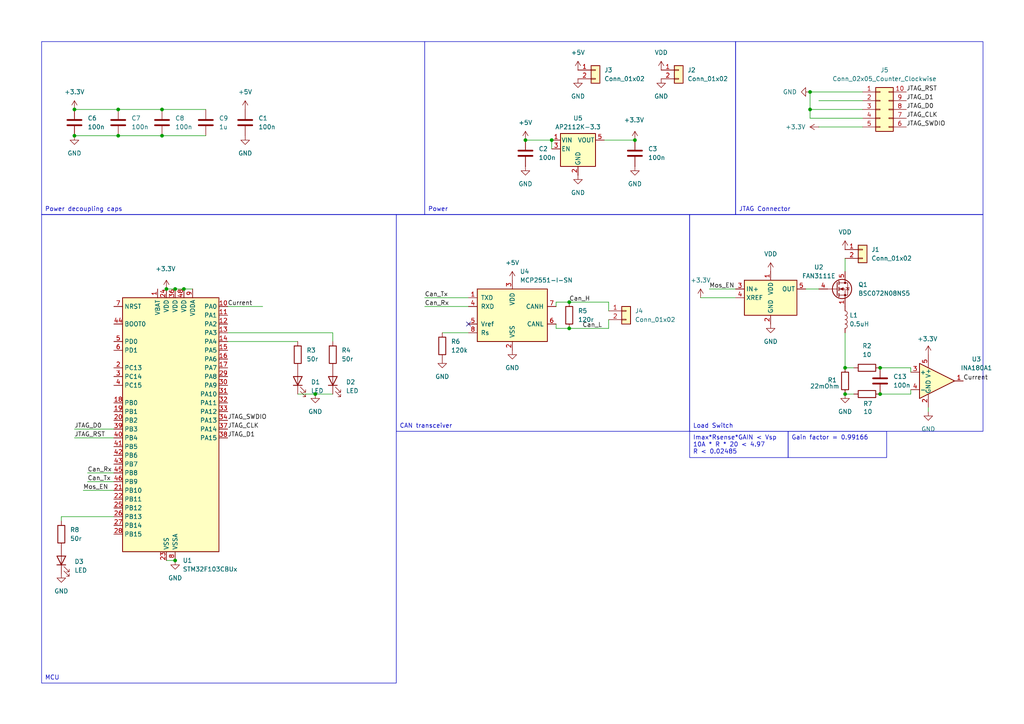
<source format=kicad_sch>
(kicad_sch (version 20231120) (generator "eeschema") (generator_version "8.0")
  (paper "A4")
  (title_block (title "Smart Load Switch") (date "2024-05-20") (rev "V1.0") (company "Jack Baker"))
  (lib_symbols
    (symbol "Amplifier_Current:INA180A1" (pin_names (offset 0.127))
      (property "Reference" "U" (at 3.81 3.81 0))
      (property "Value" "INA180A1" (at 3.81 -2.54 0))
      (symbol "INA180A1_0_1"
        (polyline (pts (xy 5.08 0) (xy -5.08 5.08) (xy -5.08 -5.08) (xy 5.08 0)) (stroke (width 0.254)) (fill (type background)))
      )
      (symbol "INA180A1_1_1"
        (pin output line (at 7.62 0 180) (length 2.54) (name "~") (number "1"))
        (pin power_in line (at -2.54 -7.62 90) (length 3.81) (name "GND") (number "2"))
        (pin input line (at -7.62 2.54 0) (length 2.54) (name "+") (number "3"))
        (pin input line (at -7.62 -2.54 0) (length 2.54) (name "-") (number "4"))
        (pin power_in line (at -2.54 7.62 270) (length 3.81) (name "V+") (number "5"))
      )
    )
    (symbol "Connector_Generic:Conn_01x02" (pin_names (offset 1.016) hide)
      (property "Reference" "J" (at 0 2.54 0))
      (property "Value" "Conn_01x02" (at 0 -5.08 0))
      (symbol "Conn_01x02_1_1"
        (rectangle (start -1.27 -2.413) (end 0 -2.667) (stroke (width 0.1524)))
        (rectangle (start -1.27 0.127) (end 0 -0.127) (stroke (width 0.1524)))
        (rectangle (start -1.27 1.27) (end 1.27 -3.81) (stroke (width 0.254)) (fill (type background)))
        (pin passive line (at -5.08 0 0) (length 3.81) (name "Pin_1") (number "1"))
        (pin passive line (at -5.08 -2.54 0) (length 3.81) (name "Pin_2") (number "2"))
      )
    )
    (symbol "Connector_Generic:Conn_02x05_Counter_Clockwise" (pin_names (offset 1.016) hide)
      (property "Reference" "J" (at 1.27 7.62 0))
      (property "Value" "Conn_02x05_Counter_Clockwise" (at 1.27 -7.62 0))
      (symbol "Conn_02x05_Counter_Clockwise_1_1"
        (rectangle (start -1.27 -4.953) (end 0 -5.207) (stroke (width 0.1524)))
        (rectangle (start -1.27 -2.413) (end 0 -2.667) (stroke (width 0.1524)))
        (rectangle (start -1.27 0.127) (end 0 -0.127) (stroke (width 0.1524)))
        (rectangle (start -1.27 2.667) (end 0 2.413) (stroke (width 0.1524)))
        (rectangle (start -1.27 5.207) (end 0 4.953) (stroke (width 0.1524)))
        (rectangle (start -1.27 6.35) (end 3.81 -6.35) (stroke (width 0.254)) (fill (type background)))
        (rectangle (start 3.81 -4.953) (end 2.54 -5.207) (stroke (width 0.1524)))
        (rectangle (start 3.81 -2.413) (end 2.54 -2.667) (stroke (width 0.1524)))
        (rectangle (start 3.81 0.127) (end 2.54 -0.127) (stroke (width 0.1524)))
        (rectangle (start 3.81 2.667) (end 2.54 2.413) (stroke (width 0.1524)))
        (rectangle (start 3.81 5.207) (end 2.54 4.953) (stroke (width 0.1524)))
        (pin passive line (at -5.08 5.08 0) (length 3.81) (name "Pin_1") (number "1"))
        (pin passive line (at 7.62 5.08 180) (length 3.81) (name "Pin_10") (number "10"))
        (pin passive line (at -5.08 2.54 0) (length 3.81) (name "Pin_2") (number "2"))
        (pin passive line (at -5.08 0 0) (length 3.81) (name "Pin_3") (number "3"))
        (pin passive line (at -5.08 -2.54 0) (length 3.81) (name "Pin_4") (number "4"))
        (pin passive line (at -5.08 -5.08 0) (length 3.81) (name "Pin_5") (number "5"))
        (pin passive line (at 7.62 -5.08 180) (length 3.81) (name "Pin_6") (number "6"))
        (pin passive line (at 7.62 -2.54 180) (length 3.81) (name "Pin_7") (number "7"))
        (pin passive line (at 7.62 0 180) (length 3.81) (name "Pin_8") (number "8"))
        (pin passive line (at 7.62 2.54 180) (length 3.81) (name "Pin_9") (number "9"))
      )
    )
    (symbol "Device:C" (pin_numbers hide) (pin_names (offset 0.254))
      (property "Reference" "C" (at 0.635 2.54 0))
      (property "Value" "C" (at 0.635 -2.54 0))
      (symbol "C_0_1"
        (polyline (pts (xy -2.032 -0.762) (xy 2.032 -0.762)) (stroke (width 0.508)))
        (polyline (pts (xy -2.032 0.762) (xy 2.032 0.762)) (stroke (width 0.508)))
      )
      (symbol "C_1_1"
        (pin passive line (at 0 3.81 270) (length 2.794) (name "~") (number "1"))
        (pin passive line (at 0 -3.81 90) (length 2.794) (name "~") (number "2"))
      )
    )
    (symbol "Device:L" (pin_numbers hide) (pin_names (offset 1.016) hide)
      (property "Reference" "L" (at -1.27 0 90))
      (property "Value" "L" (at 1.905 0 90))
      (symbol "L_0_1"
        (arc (start 0 -2.54) (mid 0.6323 -1.905) (end 0 -1.27))
        (arc (start 0 -1.27) (mid 0.6323 -0.635) (end 0 0))
        (arc (start 0 0) (mid 0.6323 0.635) (end 0 1.27))
        (arc (start 0 1.27) (mid 0.6323 1.905) (end 0 2.54))
      )
      (symbol "L_1_1"
        (pin passive line (at 0 3.81 270) (length 1.27) (name "1") (number "1"))
        (pin passive line (at 0 -3.81 90) (length 1.27) (name "2") (number "2"))
      )
    )
    (symbol "Device:LED" (pin_numbers hide) (pin_names (offset 1.016) hide)
      (property "Reference" "D" (at 0 2.54 0))
      (property "Value" "LED" (at 0 -2.54 0))
      (symbol "LED_0_1"
        (polyline (pts (xy -1.27 -1.27) (xy -1.27 1.27)) (stroke (width 0.254)))
        (polyline (pts (xy -1.27 0) (xy 1.27 0)))
        (polyline (pts (xy 1.27 -1.27) (xy 1.27 1.27) (xy -1.27 0) (xy 1.27 -1.27)) (stroke (width 0.254)))
        (polyline (pts (xy -3.048 -0.762) (xy -4.572 -2.286) (xy -3.81 -2.286) (xy -4.572 -2.286) (xy -4.572 -1.524)))
        (polyline (pts (xy -1.778 -0.762) (xy -3.302 -2.286) (xy -2.54 -2.286) (xy -3.302 -2.286) (xy -3.302 -1.524)))
      )
      (symbol "LED_1_1"
        (pin passive line (at -3.81 0 0) (length 2.54) (name "K") (number "1"))
        (pin passive line (at 3.81 0 180) (length 2.54) (name "A") (number "2"))
      )
    )
    (symbol "Device:R" (pin_numbers hide) (pin_names (offset 0))
      (property "Reference" "R" (at 2.032 0 90))
      (property "Value" "R" (at 0 0 90))
      (symbol "R_0_1"
        (rectangle (start -1.016 -2.54) (end 1.016 2.54) (stroke (width 0.254)))
      )
      (symbol "R_1_1"
        (pin passive line (at 0 3.81 270) (length 1.27) (name "~") (number "1"))
        (pin passive line (at 0 -3.81 90) (length 1.27) (name "~") (number "2"))
      )
    )
    (symbol "Driver_FET:FAN3111E"
      (property "Reference" "U" (at -7.62 7.62 0))
      (property "Value" "FAN3111E" (at 2.54 7.62 0))
      (symbol "FAN3111E_0_1"
        (rectangle (start -7.62 5.08) (end 7.62 -5.08) (stroke (width 0.254)) (fill (type background)))
      )
      (symbol "FAN3111E_1_1"
        (pin power_in line (at 0 7.62 270) (length 2.54) (name "VDD") (number "1"))
        (pin power_in line (at 0 -7.62 90) (length 2.54) (name "GND") (number "2"))
        (pin input line (at -10.16 2.54 0) (length 2.54) (name "IN+") (number "3"))
        (pin input line (at -10.16 0 0) (length 2.54) (name "XREF") (number "4"))
        (pin output line (at 10.16 2.54 180) (length 2.54) (name "OUT") (number "5"))
      )
    )
    (symbol "Interface_CAN_LIN:MCP2551-I-SN" (pin_names (offset 1.016))
      (property "Reference" "U" (at -10.16 8.89 0))
      (property "Value" "MCP2551-I-SN" (at 2.54 8.89 0))
      (symbol "MCP2551-I-SN_0_1"
        (rectangle (start -10.16 7.62) (end 10.16 -7.62) (stroke (width 0.254)) (fill (type background)))
      )
      (symbol "MCP2551-I-SN_1_1"
        (pin input line (at -12.7 5.08 0) (length 2.54) (name "TXD") (number "1"))
        (pin power_in line (at 0 -10.16 90) (length 2.54) (name "VSS") (number "2"))
        (pin power_in line (at 0 10.16 270) (length 2.54) (name "VDD") (number "3"))
        (pin output line (at -12.7 2.54 0) (length 2.54) (name "RXD") (number "4"))
        (pin power_out line (at -12.7 -2.54 0) (length 2.54) (name "Vref") (number "5"))
        (pin bidirectional line (at 12.7 -2.54 180) (length 2.54) (name "CANL") (number "6"))
        (pin bidirectional line (at 12.7 2.54 180) (length 2.54) (name "CANH") (number "7"))
        (pin input line (at -12.7 -5.08 0) (length 2.54) (name "Rs") (number "8"))
      )
    )
    (symbol "MCU_ST_STM32F1:STM32F103CBUx"
      (property "Reference" "U" (at -12.7 39.37 0))
      (property "Value" "STM32F103CBUx" (at 10.16 39.37 0))
      (symbol "STM32F103CBUx_0_1"
        (rectangle (start -12.7 -35.56) (end 15.24 38.1) (stroke (width 0.254)) (fill (type background)))
      )
      (symbol "STM32F103CBUx_1_1"
        (pin power_in line (at -2.54 40.64 270) (length 2.54) (name "VBAT") (number "1"))
        (pin bidirectional line (at 17.78 35.56 180) (length 2.54) (name "PA0") (number "10"))
        (pin bidirectional line (at 17.78 33.02 180) (length 2.54) (name "PA1") (number "11"))
        (pin bidirectional line (at 17.78 30.48 180) (length 2.54) (name "PA2") (number "12"))
        (pin bidirectional line (at 17.78 27.94 180) (length 2.54) (name "PA3") (number "13"))
        (pin bidirectional line (at 17.78 25.4 180) (length 2.54) (name "PA4") (number "14"))
        (pin bidirectional line (at 17.78 22.86 180) (length 2.54) (name "PA5") (number "15"))
        (pin bidirectional line (at 17.78 20.32 180) (length 2.54) (name "PA6") (number "16"))
        (pin bidirectional line (at 17.78 17.78 180) (length 2.54) (name "PA7") (number "17"))
        (pin bidirectional line (at -15.24 7.62 0) (length 2.54) (name "PB0") (number "18"))
        (pin bidirectional line (at -15.24 5.08 0) (length 2.54) (name "PB1") (number "19"))
        (pin bidirectional line (at -15.24 17.78 0) (length 2.54) (name "PC13") (number "2"))
        (pin bidirectional line (at -15.24 2.54 0) (length 2.54) (name "PB2") (number "20"))
        (pin bidirectional line (at -15.24 -17.78 0) (length 2.54) (name "PB10") (number "21"))
        (pin bidirectional line (at -15.24 -20.32 0) (length 2.54) (name "PB11") (number "22"))
        (pin power_in line (at 0 -38.1 90) (length 2.54) (name "VSS") (number "23"))
        (pin power_in line (at 0 40.64 270) (length 2.54) (name "VDD") (number "24"))
        (pin bidirectional line (at -15.24 -22.86 0) (length 2.54) (name "PB12") (number "25"))
        (pin bidirectional line (at -15.24 -25.4 0) (length 2.54) (name "PB13") (number "26"))
        (pin bidirectional line (at -15.24 -27.94 0) (length 2.54) (name "PB14") (number "27"))
        (pin bidirectional line (at -15.24 -30.48 0) (length 2.54) (name "PB15") (number "28"))
        (pin bidirectional line (at 17.78 15.24 180) (length 2.54) (name "PA8") (number "29"))
        (pin bidirectional line (at -15.24 15.24 0) (length 2.54) (name "PC14") (number "3"))
        (pin bidirectional line (at 17.78 12.7 180) (length 2.54) (name "PA9") (number "30"))
        (pin bidirectional line (at 17.78 10.16 180) (length 2.54) (name "PA10") (number "31"))
        (pin bidirectional line (at 17.78 7.62 180) (length 2.54) (name "PA11") (number "32"))
        (pin bidirectional line (at 17.78 5.08 180) (length 2.54) (name "PA12") (number "33"))
        (pin bidirectional line (at 17.78 2.54 180) (length 2.54) (name "PA13") (number "34"))
        (pin passive line (at 0 -38.1 90) (length 2.54) hide (name "VSS") (number "35"))
        (pin power_in line (at 2.54 40.64 270) (length 2.54) (name "VDD") (number "36"))
        (pin bidirectional line (at 17.78 0 180) (length 2.54) (name "PA14") (number "37"))
        (pin bidirectional line (at 17.78 -2.54 180) (length 2.54) (name "PA15") (number "38"))
        (pin bidirectional line (at -15.24 0 0) (length 2.54) (name "PB3") (number "39"))
        (pin bidirectional line (at -15.24 12.7 0) (length 2.54) (name "PC15") (number "4"))
        (pin bidirectional line (at -15.24 -2.54 0) (length 2.54) (name "PB4") (number "40"))
        (pin bidirectional line (at -15.24 -5.08 0) (length 2.54) (name "PB5") (number "41"))
        (pin bidirectional line (at -15.24 -7.62 0) (length 2.54) (name "PB6") (number "42"))
        (pin bidirectional line (at -15.24 -10.16 0) (length 2.54) (name "PB7") (number "43"))
        (pin input line (at -15.24 30.48 0) (length 2.54) (name "BOOT0") (number "44"))
        (pin bidirectional line (at -15.24 -12.7 0) (length 2.54) (name "PB8") (number "45"))
        (pin bidirectional line (at -15.24 -15.24 0) (length 2.54) (name "PB9") (number "46"))
        (pin passive line (at 0 -38.1 90) (length 2.54) hide (name "VSS") (number "47"))
        (pin power_in line (at 5.08 40.64 270) (length 2.54) (name "VDD") (number "48"))
        (pin passive line (at 0 -38.1 90) (length 2.54) hide (name "VSS") (number "49"))
        (pin bidirectional line (at -15.24 25.4 0) (length 2.54) (name "PD0") (number "5"))
        (pin bidirectional line (at -15.24 22.86 0) (length 2.54) (name "PD1") (number "6"))
        (pin input line (at -15.24 35.56 0) (length 2.54) (name "NRST") (number "7"))
        (pin power_in line (at 2.54 -38.1 90) (length 2.54) (name "VSSA") (number "8"))
        (pin power_in line (at 7.62 40.64 270) (length 2.54) (name "VDDA") (number "9"))
      )
    )
    (symbol "Regulator_Linear:AP2112K-3.3" (pin_names (offset 0.254))
      (property "Reference" "U" (at -5.08 5.715 0))
      (property "Value" "AP2112K-3.3" (at 0 5.715 0))
      (symbol "AP2112K-3.3_0_1"
        (rectangle (start -5.08 4.445) (end 5.08 -5.08) (stroke (width 0.254)) (fill (type background)))
      )
      (symbol "AP2112K-3.3_1_1"
        (pin power_in line (at -7.62 2.54 0) (length 2.54) (name "VIN") (number "1"))
        (pin power_in line (at 0 -7.62 90) (length 2.54) (name "GND") (number "2"))
        (pin input line (at -7.62 0 0) (length 2.54) (name "EN") (number "3"))
        (pin no_connect line (at 5.08 0 180) (length 2.54) hide (name "NC") (number "4"))
        (pin power_out line (at 7.62 2.54 180) (length 2.54) (name "VOUT") (number "5"))
      )
    )
    (symbol "Transistor_FET:BSC072N08NS5" (pin_names hide)
      (property "Reference" "Q" (at 5.08 1.905 0))
      (property "Value" "BSC072N08NS5" (at 5.08 0 0))
      (symbol "BSC072N08NS5_0_1"
        (polyline (pts (xy 0.254 0) (xy -2.54 0)))
        (polyline (pts (xy 0.254 1.905) (xy 0.254 -1.905)) (stroke (width 0.254)))
        (polyline (pts (xy 0.762 -1.27) (xy 0.762 -2.286)) (stroke (width 0.254)))
        (polyline (pts (xy 0.762 0.508) (xy 0.762 -0.508)) (stroke (width 0.254)))
        (polyline (pts (xy 0.762 2.286) (xy 0.762 1.27)) (stroke (width 0.254)))
        (polyline (pts (xy 2.54 2.54) (xy 2.54 1.778)))
        (polyline (pts (xy 2.54 -2.54) (xy 2.54 0) (xy 0.762 0)))
        (polyline (pts (xy 0.762 -1.778) (xy 3.302 -1.778) (xy 3.302 1.778) (xy 0.762 1.778)))
        (polyline (pts (xy 1.016 0) (xy 2.032 0.381) (xy 2.032 -0.381) (xy 1.016 0)) (fill (type outline)))
        (polyline (pts (xy 2.794 0.508) (xy 2.921 0.381) (xy 3.683 0.381) (xy 3.81 0.254)))
        (polyline (pts (xy 3.302 0.381) (xy 2.921 -0.254) (xy 3.683 -0.254) (xy 3.302 0.381)))
        (circle (center 1.651 0) (radius 2.794) (stroke (width 0.254)))
        (circle (center 2.54 -1.778) (radius 0.254) (fill (type outline)))
        (circle (center 2.54 1.778) (radius 0.254) (fill (type outline)))
      )
      (symbol "BSC072N08NS5_1_1"
        (pin passive line (at 2.54 -5.08 90) (length 2.54) (name "S") (number "1"))
        (pin passive line (at 2.54 -5.08 90) (length 2.54) hide (name "S") (number "2"))
        (pin passive line (at 2.54 -5.08 90) (length 2.54) hide (name "S") (number "3"))
        (pin passive line (at -5.08 0 0) (length 2.54) (name "G") (number "4"))
        (pin passive line (at 2.54 5.08 270) (length 2.54) (name "D") (number "5"))
      )
    )
    (symbol "power:+3.3V" (power) (pin_numbers hide) (pin_names (offset 0) hide)
      (property "Value" "+3.3V" (at 0 3.556 0))
      (symbol "+3.3V_0_1"
        (polyline (pts (xy -0.762 1.27) (xy 0 2.54)))
        (polyline (pts (xy 0 0) (xy 0 2.54)))
        (polyline (pts (xy 0 2.54) (xy 0.762 1.27)))
      )
      (symbol "+3.3V_1_1"
        (pin power_in line (at 0 0 90) (length 0) (name "~") (number "1"))
      )
    )
    (symbol "power:+5V" (power) (pin_numbers hide) (pin_names (offset 0) hide)
      (property "Value" "+5V" (at 0 3.556 0))
      (symbol "+5V_0_1"
        (polyline (pts (xy -0.762 1.27) (xy 0 2.54)))
        (polyline (pts (xy 0 0) (xy 0 2.54)))
        (polyline (pts (xy 0 2.54) (xy 0.762 1.27)))
      )
      (symbol "+5V_1_1"
        (pin power_in line (at 0 0 90) (length 0) (name "~") (number "1"))
      )
    )
    (symbol "power:GND" (power) (pin_numbers hide) (pin_names (offset 0) hide)
      (property "Value" "GND" (at 0 -3.81 0))
      (symbol "GND_0_1"
        (polyline (pts (xy 0 0) (xy 0 -1.27) (xy 1.27 -1.27) (xy 0 -2.54) (xy -1.27 -1.27) (xy 0 -1.27)))
      )
      (symbol "GND_1_1"
        (pin power_in line (at 0 0 270) (length 0) (name "~") (number "1"))
      )
    )
    (symbol "power:VDD" (power) (pin_numbers hide) (pin_names (offset 0) hide)
      (property "Value" "VDD" (at 0 3.556 0))
      (symbol "VDD_0_1"
        (polyline (pts (xy -0.762 1.27) (xy 0 2.54)))
        (polyline (pts (xy 0 0) (xy 0 2.54)))
        (polyline (pts (xy 0 2.54) (xy 0.762 1.27)))
      )
      (symbol "VDD_1_1"
        (pin power_in line (at 0 0 90) (length 0) (name "~") (number "1"))
      )
    )
  )
  (junction (at 234.95 31.75))
  (junction (at 21.59 31.75))
  (junction (at 165.1 95.25))
  (junction (at 165.1 87.63))
  (junction (at 46.99 39.37))
  (junction (at 21.59 39.37))
  (junction (at 91.44 114.3))
  (junction (at 184.15 40.64))
  (junction (at 234.95 26.67))
  (junction (at 48.26 83.82))
  (junction (at 245.11 114.3))
  (junction (at 34.29 31.75))
  (junction (at 53.34 83.82))
  (junction (at 34.29 39.37))
  (junction (at 255.27 114.3))
  (junction (at 50.8 162.56))
  (junction (at 152.4 40.64))
  (junction (at 160.02 40.64))
  (junction (at 255.27 106.68))
  (junction (at 245.11 106.68))
  (junction (at 50.8 83.82))
  (junction (at 46.99 31.75))
  (no_connect (at 135.89 93.98))
  (wire (pts (xy 53.34 83.82) (xy 55.88 83.82)))
  (wire (pts (xy 21.59 39.37) (xy 34.29 39.37)))
  (wire (pts (xy 46.99 31.75) (xy 59.69 31.75)))
  (wire (pts (xy 33.02 149.86) (xy 17.78 149.86)))
  (wire (pts (xy 184.15 40.64) (xy 175.26 40.64)))
  (wire (pts (xy 234.95 26.67) (xy 250.19 26.67)))
  (wire (pts (xy 234.95 31.75) (xy 250.19 31.75)))
  (wire (pts (xy 21.59 127) (xy 33.02 127)))
  (wire (pts (xy 123.19 88.9) (xy 135.89 88.9)))
  (wire (pts (xy 205.74 83.82) (xy 213.36 83.82)))
  (wire (pts (xy 161.29 93.98) (xy 161.29 95.25)))
  (wire (pts (xy 25.4 137.16) (xy 33.02 137.16)))
  (wire (pts (xy 128.27 96.52) (xy 135.89 96.52)))
  (wire (pts (xy 234.95 34.29) (xy 234.95 31.75)))
  (wire (pts (xy 237.49 36.83) (xy 250.19 36.83)))
  (wire (pts (xy 34.29 39.37) (xy 46.99 39.37)))
  (wire (pts (xy 264.16 114.3) (xy 264.16 113.03)))
  (wire (pts (xy 245.11 114.3) (xy 247.65 114.3)))
  (wire (pts (xy 233.68 83.82) (xy 237.49 83.82)))
  (wire (pts (xy 264.16 106.68) (xy 255.27 106.68)))
  (wire (pts (xy 21.59 124.46) (xy 33.02 124.46)))
  (wire (pts (xy 48.26 83.82) (xy 50.8 83.82)))
  (wire (pts (xy 50.8 83.82) (xy 53.34 83.82)))
  (wire (pts (xy 264.16 106.68) (xy 264.16 107.95)))
  (wire (pts (xy 176.53 87.63) (xy 165.1 87.63)))
  (wire (pts (xy 234.95 31.75) (xy 234.95 26.67)))
  (wire (pts (xy 123.19 86.36) (xy 135.89 86.36)))
  (wire (pts (xy 86.36 99.06) (xy 66.04 99.06)))
  (wire (pts (xy 50.8 162.56) (xy 48.26 162.56)))
  (wire (pts (xy 245.11 96.52) (xy 245.11 106.68)))
  (wire (pts (xy 176.53 92.71) (xy 176.53 95.25)))
  (wire (pts (xy 96.52 99.06) (xy 96.52 96.52)))
  (wire (pts (xy 255.27 114.3) (xy 264.16 114.3)))
  (wire (pts (xy 21.59 31.75) (xy 34.29 31.75)))
  (wire (pts (xy 24.13 142.24) (xy 33.02 142.24)))
  (wire (pts (xy 234.95 34.29) (xy 250.19 34.29)))
  (wire (pts (xy 96.52 96.52) (xy 66.04 96.52)))
  (wire (pts (xy 203.2 86.36) (xy 213.36 86.36)))
  (wire (pts (xy 176.53 95.25) (xy 165.1 95.25)))
  (wire (pts (xy 161.29 88.9) (xy 161.29 87.63)))
  (wire (pts (xy 152.4 40.64) (xy 160.02 40.64)))
  (wire (pts (xy 91.44 114.3) (xy 86.36 114.3)))
  (wire (pts (xy 91.44 114.3) (xy 96.52 114.3)))
  (wire (pts (xy 237.49 29.21) (xy 250.19 29.21)))
  (wire (pts (xy 161.29 87.63) (xy 165.1 87.63)))
  (wire (pts (xy 245.11 74.93) (xy 245.11 78.74)))
  (wire (pts (xy 160.02 40.64) (xy 160.02 43.18)))
  (wire (pts (xy 245.11 106.68) (xy 247.65 106.68)))
  (wire (pts (xy 269.24 119.38) (xy 269.24 118.11)))
  (wire (pts (xy 161.29 95.25) (xy 165.1 95.25)))
  (wire (pts (xy 66.04 88.9) (xy 76.2 88.9)))
  (wire (pts (xy 17.78 149.86) (xy 17.78 151.13)))
  (wire (pts (xy 46.99 39.37) (xy 59.69 39.37)))
  (wire (pts (xy 176.53 90.17) (xy 176.53 87.63)))
  (wire (pts (xy 34.29 31.75) (xy 46.99 31.75)))
  (wire (pts (xy 25.4 139.7) (xy 33.02 139.7)))
  (text_box "Imax*Rsense*GAIN < Vsp\n10A * R * 20 < 4.97\nR < 0.02485" (at 200.025 125.095 0) (size 28.575 7.62) (effects (font (size 1.27 1.27)) (justify left top)))
  (text_box "Power\n" (at 123.19 12.065 0) (size 90.17 50.165) (effects (font (size 1.27 1.27)) (justify left bottom)))
  (text_box "JTAG Connector" (at 213.36 12.065 0) (size 71.755 50.165) (effects (font (size 1.27 1.27)) (justify left bottom)))
  (text_box "Load Switch" (at 200.025 62.23 0) (size 85.09 62.865) (effects (font (size 1.27 1.27)) (justify left bottom)))
  (text_box "MCU\n" (at 12.065 62.23 0) (size 102.87 135.89) (effects (font (size 1.27 1.27)) (justify left bottom)))
  (text_box "Power decoupling caps\n\n" (at 12.065 12.065 0) (size 111.125 50.165) (effects (font (size 1.27 1.27)) (justify left bottom)))
  (text_box "Gain factor = 0.99166" (at 228.6 125.095 0) (size 28.575 7.62) (effects (font (size 1.27 1.27)) (justify left top)))
  (text_box "CAN transceiver\n" (at 114.935 62.23 0) (size 85.09 62.865) (effects (font (size 1.27 1.27)) (justify left bottom)))
  (label "Current" (at 66.04 88.9 0))
  (label "Mos_EN" (at 205.74 83.82 0))
  (label "JTAG_D0" (at 21.59 124.46 0))
  (label "JTAG_RST" (at 262.89 26.67 0))
  (label "JTAG_SWDIO" (at 262.89 36.83 0))
  (label "JTAG_D1" (at 66.04 127 0))
  (label "JTAG_CLK" (at 66.04 124.46 0))
  (label "JTAG_SWDIO" (at 66.04 121.92 0))
  (label "JTAG_RST" (at 21.59 127 0))
  (label "Can_Tx" (at 123.19 86.36 0))
  (label "Mos_EN" (at 24.13 142.24 0))
  (label "Can_Tx" (at 25.4 139.7 0))
  (label "JTAG_D1" (at 262.89 29.21 0))
  (label "JTAG_CLK" (at 262.89 34.29 0))
  (label "JTAG_D0" (at 262.89 31.75 0))
  (label "Can_Rx" (at 123.19 88.9 0))
  (label "Can_Rx" (at 25.4 137.16 0))
  (label "Can_H" (at 165.1 87.63 0))
  (label "Can_L" (at 168.91 95.25 0))
  (label "Current" (at 279.4 110.49 0))
  (symbol (lib_id "power:GND") (at 128.27 104.14 0) (unit 1)
    (property "Reference" "#PWR022" (effects (hide yes)))
    (property "Value" "GND" (at 128.27 109.22 0))
    (property "Description" "Power symbol creates a global label with name \"GND\" , ground" (effects (hide yes)))
  )
  (symbol (lib_id "Device:R") (at 96.52 102.87 0) (unit 1)
    (property "Reference" "R4" (at 99.06 101.5999 0) (effects (justify left)))
    (property "Value" "50r" (at 99.06 104.1399 0) (effects (justify left)))
    (property "Footprint" "Resistor_SMD:R_0603_1608Metric" (effects (hide yes)))
    (property "Description" "Resistor" (effects (hide yes)))
  )
  (symbol (lib_id "power:VDD") (at 245.11 72.39 0) (unit 1)
    (property "Reference" "#PWR06" (effects (hide yes)))
    (property "Value" "VDD" (at 245.11 67.31 0))
    (property "Description" "Power symbol creates a global label with name \"VDD\"" (effects (hide yes)))
  )
  (symbol (lib_id "Device:R") (at 86.36 102.87 0) (unit 1)
    (property "Reference" "R3" (at 88.9 101.5999 0) (effects (justify left)))
    (property "Value" "50r" (at 88.9 104.1399 0) (effects (justify left)))
    (property "Footprint" "Resistor_SMD:R_0603_1608Metric" (effects (hide yes)))
    (property "Description" "Resistor" (effects (hide yes)))
  )
  (symbol (lib_id "power:GND") (at 152.4 48.26 0) (unit 1)
    (property "Reference" "#PWR027" (effects (hide yes)))
    (property "Value" "GND" (at 152.4 53.34 0))
    (property "Description" "Power symbol creates a global label with name \"GND\" , ground" (effects (hide yes)))
  )
  (symbol (lib_id "power:GND") (at 148.59 101.6 0) (unit 1)
    (property "Reference" "#PWR019" (effects (hide yes)))
    (property "Value" "GND" (at 148.59 106.68 0))
    (property "Description" "Power symbol creates a global label with name \"GND\" , ground" (effects (hide yes)))
  )
  (symbol (lib_id "power:GND") (at 184.15 48.26 0) (unit 1)
    (property "Reference" "#PWR028" (effects (hide yes)))
    (property "Value" "GND" (at 184.15 53.34 0))
    (property "Description" "Power symbol creates a global label with name \"GND\" , ground" (effects (hide yes)))
  )
  (symbol (lib_id "power:+3.3V") (at 48.26 83.82 0) (unit 1)
    (property "Reference" "#PWR02" (effects (hide yes)))
    (property "Value" "+3.3V" (at 48.006 77.978 0))
    (property "Description" "Power symbol creates a global label with name \"+3.3V\"" (effects (hide yes)))
  )
  (symbol (lib_id "power:GND") (at 269.24 119.38 0) (unit 1)
    (property "Reference" "#PWR09" (effects (hide yes)))
    (property "Value" "GND" (at 269.24 124.46 0))
    (property "Description" "Power symbol creates a global label with name \"GND\" , ground" (effects (hide yes)))
  )
  (symbol (lib_id "Device:LED") (at 17.78 162.56 90) (unit 1)
    (property "Reference" "D3" (at 21.59 162.8774 90) (effects (justify right)))
    (property "Value" "LED" (at 21.59 165.4174 90) (effects (justify right)))
    (property "Footprint" "Diode_SMD:D_0603_1608Metric" (effects (hide yes)))
    (property "Description" "Light emitting diode" (effects (hide yes)))
  )
  (symbol (lib_id "power:+3.3V") (at 184.15 40.64 0) (unit 1)
    (property "Reference" "#PWR026" (effects (hide yes)))
    (property "Value" "+3.3V" (at 183.896 34.798 0))
    (property "Description" "Power symbol creates a global label with name \"+3.3V\"" (effects (hide yes)))
  )
  (symbol (lib_id "power:GND") (at 17.78 166.37 0) (unit 1)
    (property "Reference" "#PWR029" (effects (hide yes)))
    (property "Value" "GND" (at 17.78 171.45 0))
    (property "Description" "Power symbol creates a global label with name \"GND\" , ground" (effects (hide yes)))
  )
  (symbol (lib_id "Connector_Generic:Conn_02x05_Counter_Clockwise") (at 255.27 31.75 0) (unit 1)
    (property "Reference" "J5" (at 256.54 20.32 0))
    (property "Value" "Conn_02x05_Counter_Clockwise" (at 256.54 22.86 0))
    (property "Footprint" "Connector_PinHeader_1.27mm:PinHeader_2x05_P1.27mm_Vertical_SMD" (effects (hide yes)))
    (property "Description" "Generic connector, double row, 02x05, counter clockwise pin numbering scheme (similar to DIP package numbering), script generated (kicad-library-utils/schlib/autogen/connector/)" (effects (hide yes)))
  )
  (symbol (lib_id "power:GND") (at 167.64 50.8 0) (unit 1)
    (property "Reference" "#PWR015" (effects (hide yes)))
    (property "Value" "GND" (at 167.64 55.88 0))
    (property "Description" "Power symbol creates a global label with name \"GND\" , ground" (effects (hide yes)))
  )
  (symbol (lib_id "power:GND") (at 245.11 114.3 0) (unit 1)
    (property "Reference" "#PWR025" (effects (hide yes)))
    (property "Value" "GND" (at 245.11 119.38 0))
    (property "Description" "Power symbol creates a global label with name \"GND\" , ground" (effects (hide yes)))
  )
  (symbol (lib_id "power:+5V") (at 148.59 81.28 0) (unit 1)
    (property "Reference" "#PWR018" (effects (hide yes)))
    (property "Value" "+5V" (at 148.59 76.2 0))
    (property "Description" "Power symbol creates a global label with name \"+5V\"" (effects (hide yes)))
  )
  (symbol (lib_id "power:VDD") (at 223.52 78.74 0) (unit 1)
    (property "Reference" "#PWR05" (effects (hide yes)))
    (property "Value" "VDD" (at 223.52 73.66 0))
    (property "Description" "Power symbol creates a global label with name \"VDD\"" (effects (hide yes)))
  )
  (symbol (lib_id "power:GND") (at 21.59 39.37 0) (unit 1)
    (property "Reference" "#PWR014" (effects (hide yes)))
    (property "Value" "GND" (at 21.59 44.45 0))
    (property "Description" "Power symbol creates a global label with name \"GND\" , ground" (effects (hide yes)))
  )
  (symbol (lib_id "power:GND") (at 223.52 93.98 0) (unit 1)
    (property "Reference" "#PWR03" (effects (hide yes)))
    (property "Value" "GND" (at 223.52 99.06 0))
    (property "Description" "Power symbol creates a global label with name \"GND\" , ground" (effects (hide yes)))
  )
  (symbol (lib_id "Connector_Generic:Conn_01x02") (at 196.85 20.32 0) (unit 1)
    (property "Reference" "J2" (at 199.39 20.3199 0) (effects (justify left)))
    (property "Value" "Conn_01x02" (at 199.39 22.8599 0) (effects (justify left)))
    (property "Footprint" "Connector_PinHeader_2.54mm:PinHeader_1x02_P2.54mm_Vertical" (effects (hide yes)))
    (property "Description" "Generic connector, single row, 01x02, script generated (kicad-library-utils/schlib/autogen/connector/)" (effects (hide yes)))
  )
  (symbol (lib_id "Device:C") (at 34.29 35.56 0) (unit 1)
    (property "Reference" "C7" (at 38.1 34.2899 0) (effects (justify left)))
    (property "Value" "100n" (at 38.1 36.8299 0) (effects (justify left)))
    (property "Footprint" "Capacitor_SMD:C_0603_1608Metric" (effects (hide yes)))
    (property "Description" "Unpolarized capacitor" (effects (hide yes)))
  )
  (symbol (lib_id "Device:R") (at 245.11 110.49 0) (unit 1)
    (property "Reference" "R1" (at 240.03 110.236 0) (effects (justify left)))
    (property "Value" "22mOhm" (at 234.95 112.014 0) (effects (justify left)))
    (property "Footprint" "Resistor_SMD:R_1206_3216Metric" (effects (hide yes)))
    (property "Description" "Resistor" (effects (hide yes)))
  )
  (symbol (lib_id "power:GND") (at 191.77 22.86 0) (unit 1)
    (property "Reference" "#PWR08" (effects (hide yes)))
    (property "Value" "GND" (at 191.77 27.94 0))
    (property "Description" "Power symbol creates a global label with name \"GND\" , ground" (effects (hide yes)))
  )
  (symbol (lib_id "Device:C") (at 184.15 44.45 0) (unit 1)
    (property "Reference" "C3" (at 187.96 43.1799 0) (effects (justify left)))
    (property "Value" "100n" (at 187.96 45.7199 0) (effects (justify left)))
    (property "Footprint" "Capacitor_SMD:C_0603_1608Metric" (effects (hide yes)))
    (property "Description" "Unpolarized capacitor" (effects (hide yes)))
  )
  (symbol (lib_id "Device:C") (at 152.4 44.45 0) (unit 1)
    (property "Reference" "C2" (at 156.21 43.1799 0) (effects (justify left)))
    (property "Value" "100n" (at 156.21 45.7199 0) (effects (justify left)))
    (property "Footprint" "Capacitor_SMD:C_0603_1608Metric" (effects (hide yes)))
    (property "Description" "Unpolarized capacitor" (effects (hide yes)))
  )
  (symbol (lib_id "Device:R") (at 165.1 91.44 0) (unit 1)
    (property "Reference" "R5" (at 167.64 90.1699 0) (effects (justify left)))
    (property "Value" "120r" (at 167.64 92.7099 0) (effects (justify left)))
    (property "Footprint" "Resistor_SMD:R_0603_1608Metric" (effects (hide yes)))
    (property "Description" "Resistor" (effects (hide yes)))
  )
  (symbol (lib_id "power:+5V") (at 152.4 40.64 0) (unit 1)
    (property "Reference" "#PWR012" (effects (hide yes)))
    (property "Value" "+5V" (at 152.4 35.56 0))
    (property "Description" "Power symbol creates a global label with name \"+5V\"" (effects (hide yes)))
  )
  (symbol (lib_id "Device:R") (at 251.46 106.68 90) (unit 1)
    (property "Reference" "R2" (at 251.46 100.33 90))
    (property "Value" "10" (at 251.46 102.87 90))
    (property "Footprint" "Resistor_SMD:R_0603_1608Metric" (effects (hide yes)))
    (property "Description" "Resistor" (effects (hide yes)))
  )
  (symbol (lib_id "power:+5V") (at 167.64 20.32 0) (unit 1)
    (property "Reference" "#PWR016" (effects (hide yes)))
    (property "Value" "+5V" (at 167.64 15.24 0))
    (property "Description" "Power symbol creates a global label with name \"+5V\"" (effects (hide yes)))
  )
  (symbol (lib_id "Device:R") (at 128.27 100.33 0) (unit 1)
    (property "Reference" "R6" (at 130.81 99.0599 0) (effects (justify left)))
    (property "Value" "120k" (at 130.81 101.5999 0) (effects (justify left)))
    (property "Footprint" "Resistor_SMD:R_0603_1608Metric" (effects (hide yes)))
    (property "Description" "Resistor" (effects (hide yes)))
  )
  (symbol (lib_id "Device:C") (at 59.69 35.56 0) (unit 1)
    (property "Reference" "C9" (at 63.5 34.2899 0) (effects (justify left)))
    (property "Value" "1u" (at 63.5 36.8299 0) (effects (justify left)))
    (property "Footprint" "Capacitor_SMD:C_0603_1608Metric" (effects (hide yes)))
    (property "Description" "Unpolarized capacitor" (effects (hide yes)))
  )
  (symbol (lib_id "Interface_CAN_LIN:MCP2551-I-SN") (at 148.59 91.44 0) (unit 1)
    (property "Reference" "U4" (at 150.7841 78.74 0) (effects (justify left)))
    (property "Value" "MCP2551-I-SN" (at 150.7841 81.28 0) (effects (justify left)))
    (property "Footprint" "Package_SO:SOIC-8_3.9x4.9mm_P1.27mm" (effects (hide yes)))
    (property "Datasheet" "http://ww1.microchip.com/downloads/en/devicedoc/21667d.pdf" (effects (hide yes)))
    (property "Description" "High-Speed CAN Transceiver, 1Mbps, 5V supply, SOIC-8" (effects (hide yes)))
  )
  (symbol (lib_id "Regulator_Linear:AP2112K-3.3") (at 167.64 43.18 0) (unit 1)
    (property "Reference" "U5" (at 167.64 34.29 0))
    (property "Value" "AP2112K-3.3" (at 167.64 36.83 0))
    (property "Footprint" "Package_TO_SOT_SMD:SOT-23-5" (effects (hide yes)))
    (property "Datasheet" "https://www.diodes.com/assets/Datasheets/AP2112.pdf" (effects (hide yes)))
    (property "Description" "600mA low dropout linear regulator, with enable pin, 3.8V-6V input voltage range, 3.3V fixed positive output, SOT-23-5" (effects (hide yes)))
  )
  (symbol (lib_id "Connector_Generic:Conn_01x02") (at 250.19 72.39 0) (unit 1)
    (property "Reference" "J1" (at 252.73 72.3899 0) (effects (justify left)))
    (property "Value" "Conn_01x02" (at 252.73 74.9299 0) (effects (justify left)))
    (property "Footprint" "Connector_PinHeader_2.54mm:PinHeader_1x02_P2.54mm_Vertical" (effects (hide yes)))
    (property "Description" "Generic connector, single row, 01x02, script generated (kicad-library-utils/schlib/autogen/connector/)" (effects (hide yes)))
  )
  (symbol (lib_id "Device:C") (at 255.27 110.49 0) (unit 1)
    (property "Reference" "C13" (at 259.08 109.2199 0) (effects (justify left)))
    (property "Value" "100n" (at 259.08 111.7599 0) (effects (justify left)))
    (property "Footprint" "Capacitor_SMD:C_0603_1608Metric" (effects (hide yes)))
    (property "Description" "Unpolarized capacitor" (effects (hide yes)))
  )
  (symbol (lib_id "Device:LED") (at 96.52 110.49 90) (unit 1)
    (property "Reference" "D2" (at 100.33 110.8074 90) (effects (justify right)))
    (property "Value" "LED" (at 100.33 113.3474 90) (effects (justify right)))
    (property "Footprint" "Diode_SMD:D_0603_1608Metric" (effects (hide yes)))
    (property "Description" "Light emitting diode" (effects (hide yes)))
  )
  (symbol (lib_id "power:GND") (at 91.44 114.3 0) (unit 1)
    (property "Reference" "#PWR011" (effects (hide yes)))
    (property "Value" "GND" (at 91.44 119.38 0))
    (property "Description" "Power symbol creates a global label with name \"GND\" , ground" (effects (hide yes)))
  )
  (symbol (lib_id "power:VDD") (at 191.77 20.32 0) (unit 1)
    (property "Reference" "#PWR07" (effects (hide yes)))
    (property "Value" "VDD" (at 191.77 15.24 0))
    (property "Description" "Power symbol creates a global label with name \"VDD\"" (effects (hide yes)))
  )
  (symbol (lib_id "Device:C") (at 21.59 35.56 0) (unit 1)
    (property "Reference" "C6" (at 25.4 34.2899 0) (effects (justify left)))
    (property "Value" "100n" (at 25.4 36.8299 0) (effects (justify left)))
    (property "Footprint" "Capacitor_SMD:C_0603_1608Metric" (effects (hide yes)))
    (property "Description" "Unpolarized capacitor" (effects (hide yes)))
  )
  (symbol (lib_id "power:GND") (at 234.95 26.67 270) (unit 1)
    (property "Reference" "#PWR024" (effects (hide yes)))
    (property "Value" "GND" (at 231.14 26.6699 90) (effects (justify right)))
    (property "Description" "Power symbol creates a global label with name \"GND\" , ground" (effects (hide yes)))
  )
  (symbol (lib_id "power:+3.3V") (at 237.49 36.83 90) (unit 1)
    (property "Reference" "#PWR023" (effects (hide yes)))
    (property "Value" "+3.3V" (at 233.68 36.8299 90) (effects (justify left)))
    (property "Description" "Power symbol creates a global label with name \"+3.3V\"" (effects (hide yes)))
  )
  (symbol (lib_id "Connector_Generic:Conn_01x02") (at 181.61 90.17 0) (unit 1)
    (property "Reference" "J4" (at 184.15 90.1699 0) (effects (justify left)))
    (property "Value" "Conn_01x02" (at 184.15 92.7099 0) (effects (justify left)))
    (property "Footprint" "Connector_PinHeader_2.54mm:PinHeader_1x02_P2.54mm_Vertical" (effects (hide yes)))
    (property "Description" "Generic connector, single row, 01x02, script generated (kicad-library-utils/schlib/autogen/connector/)" (effects (hide yes)))
  )
  (symbol (lib_id "Connector_Generic:Conn_01x02") (at 172.72 20.32 0) (unit 1)
    (property "Reference" "J3" (at 175.26 20.3199 0) (effects (justify left)))
    (property "Value" "Conn_01x02" (at 175.26 22.8599 0) (effects (justify left)))
    (property "Footprint" "Connector_PinHeader_2.54mm:PinHeader_1x02_P2.54mm_Vertical" (effects (hide yes)))
    (property "Description" "Generic connector, single row, 01x02, script generated (kicad-library-utils/schlib/autogen/connector/)" (effects (hide yes)))
  )
  (symbol (lib_id "Device:C") (at 71.12 35.56 0) (unit 1)
    (property "Reference" "C1" (at 74.93 34.2899 0) (effects (justify left)))
    (property "Value" "100n" (at 74.93 36.8299 0) (effects (justify left)))
    (property "Footprint" "Capacitor_SMD:C_0603_1608Metric" (effects (hide yes)))
    (property "Description" "Unpolarized capacitor" (effects (hide yes)))
  )
  (symbol (lib_id "Device:R") (at 251.46 114.3 90) (unit 1)
    (property "Reference" "R7" (at 251.714 117.094 90))
    (property "Value" "10" (at 251.714 119.38 90))
    (property "Footprint" "Resistor_SMD:R_0603_1608Metric" (effects (hide yes)))
    (property "Description" "Resistor" (effects (hide yes)))
  )
  (symbol (lib_id "Device:LED") (at 86.36 110.49 90) (unit 1)
    (property "Reference" "D1" (at 90.17 110.8074 90) (effects (justify right)))
    (property "Value" "LED" (at 90.17 113.3474 90) (effects (justify right)))
    (property "Footprint" "Diode_SMD:D_0603_1608Metric" (effects (hide yes)))
    (property "Description" "Light emitting diode" (effects (hide yes)))
  )
  (symbol (lib_id "MCU_ST_STM32F1:STM32F103CBUx") (at 48.26 124.46 0) (unit 1)
    (property "Reference" "U1" (at 52.9941 162.56 0) (effects (justify left)))
    (property "Value" "STM32F103CBUx" (at 52.9941 165.1 0) (effects (justify left)))
    (property "Footprint" "Package_DFN_QFN:QFN-48-1EP_7x7mm_P0.5mm_EP5.6x5.6mm" (effects (hide yes)))
    (property "Datasheet" "https://www.st.com/resource/en/datasheet/stm32f103cb.pdf" (effects (hide yes)))
    (property "Description" "STMicroelectronics Arm Cortex-M3 MCU, 128KB flash, 20KB RAM, 72 MHz, 2.0-3.6V, 37 GPIO, UFQFPN48" (effects (hide yes)))
  )
  (symbol (lib_id "power:+3.3V") (at 21.59 31.75 0) (unit 1)
    (property "Reference" "#PWR013" (effects (hide yes)))
    (property "Value" "+3.3V" (at 21.59 26.67 0))
    (property "Description" "Power symbol creates a global label with name \"+3.3V\"" (effects (hide yes)))
  )
  (symbol (lib_id "Transistor_FET:BSC072N08NS5") (at 242.57 83.82 0) (unit 1)
    (property "Reference" "Q1" (at 248.92 82.5499 0) (effects (justify left)))
    (property "Value" "BSC072N08NS5" (at 248.92 85.0899 0) (effects (justify left)))
    (property "Footprint" "Package_TO_SOT_SMD:TDSON-8-1" (effects (hide yes)))
    (property "Datasheet" "http://www.infineon.com/dgdl/Infineon-BSC072N08NS5-DS-v02_00-EN.pdf?fileId=5546d4624ad04ef9014ae3d8e8192c7c" (effects (hide yes)))
    (property "Description" "74A Id, 80V Vds, OptiMOS N-Channel Power MOSFET, 7.2mOhm Ron, Qg (typ) 24.0nC, PG-TDSON-8" (effects (hide yes)))
  )
  (symbol (lib_id "power:+3.3V") (at 269.24 102.87 0) (unit 1)
    (property "Reference" "#PWR010" (effects (hide yes)))
    (property "Value" "+3.3V" (at 268.986 98.298 0))
    (property "Description" "Power symbol creates a global label with name \"+3.3V\"" (effects (hide yes)))
  )
  (symbol (lib_id "power:GND") (at 167.64 22.86 0) (unit 1)
    (property "Reference" "#PWR017" (effects (hide yes)))
    (property "Value" "GND" (at 167.64 27.94 0))
    (property "Description" "Power symbol creates a global label with name \"GND\" , ground" (effects (hide yes)))
  )
  (symbol (lib_id "Device:C") (at 46.99 35.56 0) (unit 1)
    (property "Reference" "C8" (at 50.8 34.2899 0) (effects (justify left)))
    (property "Value" "100n" (at 50.8 36.8299 0) (effects (justify left)))
    (property "Footprint" "Capacitor_SMD:C_0603_1608Metric" (effects (hide yes)))
    (property "Description" "Unpolarized capacitor" (effects (hide yes)))
  )
  (symbol (lib_id "power:+3.3V") (at 203.2 86.36 0) (unit 1)
    (property "Reference" "#PWR04" (effects (hide yes)))
    (property "Value" "+3.3V" (at 203.2 81.28 0))
    (property "Description" "Power symbol creates a global label with name \"+3.3V\"" (effects (hide yes)))
  )
  (symbol (lib_id "power:GND") (at 71.12 39.37 0) (unit 1)
    (property "Reference" "#PWR021" (effects (hide yes)))
    (property "Value" "GND" (at 71.12 44.45 0))
    (property "Description" "Power symbol creates a global label with name \"GND\" , ground" (effects (hide yes)))
  )
  (symbol (lib_id "Device:R") (at 17.78 154.94 0) (unit 1)
    (property "Reference" "R8" (at 20.32 153.6699 0) (effects (justify left)))
    (property "Value" "50r" (at 20.32 156.2099 0) (effects (justify left)))
    (property "Footprint" "Resistor_SMD:R_0603_1608Metric" (effects (hide yes)))
    (property "Description" "Resistor" (effects (hide yes)))
  )
  (symbol (lib_id "power:+3.3V") (at 71.12 31.75 0) (unit 1)
    (property "Reference" "#PWR020" (effects (hide yes)))
    (property "Value" "+5V" (at 71.12 26.67 0))
    (property "Description" "Power symbol creates a global label with name \"+3.3V\"" (effects (hide yes)))
  )
  (symbol (lib_id "Amplifier_Current:INA180A1") (at 271.78 110.49 0) (unit 1)
    (property "Reference" "U3" (at 283.21 104.1714 0))
    (property "Value" "INA180A1" (at 283.21 106.7114 0))
    (property "Footprint" "Package_TO_SOT_SMD:SOT-23-5" (effects (hide yes)))
    (property "Datasheet" "http://www.ti.com/lit/ds/symlink/ina180.pdf" (effects (hide yes)))
    (property "Description" "Current Sense Amplifier, 1 Circuit, Rail-to-Rail, 26V, Gain 20 V/V, SOT-23-5" (effects (hide yes)))
  )
  (symbol (lib_id "Device:L") (at 245.11 92.71 0) (unit 1)
    (property "Reference" "L1" (at 246.38 91.4399 0) (effects (justify left)))
    (property "Value" "0.5uH" (at 246.38 93.9799 0) (effects (justify left)))
    (property "Footprint" "Inductor_SMD:L_Bourns-SRN8040_8x8.15mm" (effects (hide yes)))
    (property "Description" "Inductor" (effects (hide yes)))
  )
  (symbol (lib_id "power:GND") (at 50.8 162.56 0) (unit 1)
    (property "Reference" "#PWR01" (effects (hide yes)))
    (property "Value" "GND" (at 50.8 167.64 0))
    (property "Description" "Power symbol creates a global label with name \"GND\" , ground" (effects (hide yes)))
  )
  (symbol (lib_id "Driver_FET:FAN3111E") (at 223.52 86.36 0) (unit 1)
    (property "Reference" "U2" (at 237.49 77.5014 0))
    (property "Value" "FAN3111E" (at 237.49 80.0414 0))
    (property "Footprint" "Package_TO_SOT_SMD:SOT-23-5" (effects (hide yes)))
    (property "Datasheet" "https://www.onsemi.com/pdf/datasheet/fan3111c-d.pdf" (effects (hide yes)))
    (property "Description" "High Speed Low Side MOSFET Gate Driver with logic voltage reference input, 4.5-18 V, 1.0 A, SOT-23-5" (effects (hide yes)))
  )
)
</source>
